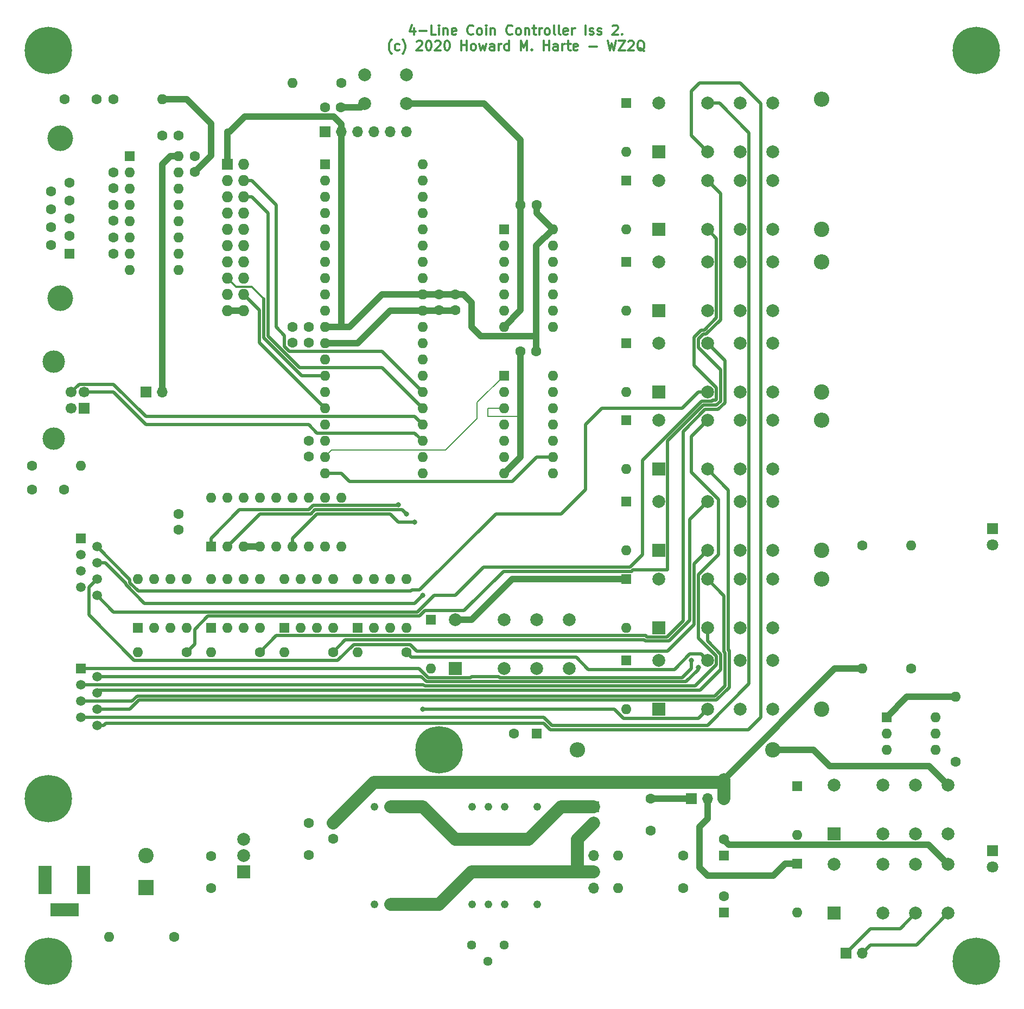
<source format=gbr>
G04 #@! TF.GenerationSoftware,KiCad,Pcbnew,(6.0.5-0)*
G04 #@! TF.CreationDate,2022-08-06T12:04:30-07:00*
G04 #@! TF.ProjectId,1d_coinctrl_r2,31645f63-6f69-46e6-9374-726c5f72322e,rev?*
G04 #@! TF.SameCoordinates,Original*
G04 #@! TF.FileFunction,Copper,L1,Top*
G04 #@! TF.FilePolarity,Positive*
%FSLAX46Y46*%
G04 Gerber Fmt 4.6, Leading zero omitted, Abs format (unit mm)*
G04 Created by KiCad (PCBNEW (6.0.5-0)) date 2022-08-06 12:04:30*
%MOMM*%
%LPD*%
G01*
G04 APERTURE LIST*
%ADD10C,0.300000*%
G04 #@! TA.AperFunction,NonConductor*
%ADD11C,0.300000*%
G04 #@! TD*
G04 #@! TA.AperFunction,ComponentPad*
%ADD12C,1.600000*%
G04 #@! TD*
G04 #@! TA.AperFunction,ComponentPad*
%ADD13R,1.600000X1.600000*%
G04 #@! TD*
G04 #@! TA.AperFunction,ComponentPad*
%ADD14O,1.600000X1.600000*%
G04 #@! TD*
G04 #@! TA.AperFunction,ComponentPad*
%ADD15R,1.800000X1.800000*%
G04 #@! TD*
G04 #@! TA.AperFunction,ComponentPad*
%ADD16C,1.800000*%
G04 #@! TD*
G04 #@! TA.AperFunction,ComponentPad*
%ADD17R,2.000000X4.500000*%
G04 #@! TD*
G04 #@! TA.AperFunction,ComponentPad*
%ADD18R,4.500000X2.000000*%
G04 #@! TD*
G04 #@! TA.AperFunction,ComponentPad*
%ADD19R,1.500000X1.500000*%
G04 #@! TD*
G04 #@! TA.AperFunction,ComponentPad*
%ADD20C,1.500000*%
G04 #@! TD*
G04 #@! TA.AperFunction,ComponentPad*
%ADD21R,1.700000X1.700000*%
G04 #@! TD*
G04 #@! TA.AperFunction,ComponentPad*
%ADD22O,1.700000X1.700000*%
G04 #@! TD*
G04 #@! TA.AperFunction,ComponentPad*
%ADD23R,1.727200X1.727200*%
G04 #@! TD*
G04 #@! TA.AperFunction,ComponentPad*
%ADD24O,1.727200X1.727200*%
G04 #@! TD*
G04 #@! TA.AperFunction,ComponentPad*
%ADD25C,1.700000*%
G04 #@! TD*
G04 #@! TA.AperFunction,ComponentPad*
%ADD26C,3.500000*%
G04 #@! TD*
G04 #@! TA.AperFunction,ComponentPad*
%ADD27R,2.000000X2.000000*%
G04 #@! TD*
G04 #@! TA.AperFunction,ComponentPad*
%ADD28C,2.000000*%
G04 #@! TD*
G04 #@! TA.AperFunction,ComponentPad*
%ADD29C,1.220000*%
G04 #@! TD*
G04 #@! TA.AperFunction,ComponentPad*
%ADD30C,2.400000*%
G04 #@! TD*
G04 #@! TA.AperFunction,ComponentPad*
%ADD31O,2.400000X2.400000*%
G04 #@! TD*
G04 #@! TA.AperFunction,ComponentPad*
%ADD32C,1.440000*%
G04 #@! TD*
G04 #@! TA.AperFunction,ComponentPad*
%ADD33R,2.400000X2.400000*%
G04 #@! TD*
G04 #@! TA.AperFunction,ComponentPad*
%ADD34C,4.000000*%
G04 #@! TD*
G04 #@! TA.AperFunction,ComponentPad*
%ADD35C,7.400000*%
G04 #@! TD*
G04 #@! TA.AperFunction,ViaPad*
%ADD36C,0.800000*%
G04 #@! TD*
G04 #@! TA.AperFunction,Conductor*
%ADD37C,2.000000*%
G04 #@! TD*
G04 #@! TA.AperFunction,Conductor*
%ADD38C,1.000000*%
G04 #@! TD*
G04 #@! TA.AperFunction,Conductor*
%ADD39C,0.200000*%
G04 #@! TD*
G04 #@! TA.AperFunction,Conductor*
%ADD40C,0.500000*%
G04 #@! TD*
G04 #@! TA.AperFunction,Conductor*
%ADD41C,0.300000*%
G04 #@! TD*
G04 APERTURE END LIST*
D10*
D11*
X148572142Y-24506071D02*
X148572142Y-25506071D01*
X148215000Y-23934642D02*
X147857857Y-25006071D01*
X148786428Y-25006071D01*
X149357857Y-24934642D02*
X150500714Y-24934642D01*
X151929285Y-25506071D02*
X151215000Y-25506071D01*
X151215000Y-24006071D01*
X152429285Y-25506071D02*
X152429285Y-24506071D01*
X152429285Y-24006071D02*
X152357857Y-24077500D01*
X152429285Y-24148928D01*
X152500714Y-24077500D01*
X152429285Y-24006071D01*
X152429285Y-24148928D01*
X153143571Y-24506071D02*
X153143571Y-25506071D01*
X153143571Y-24648928D02*
X153215000Y-24577500D01*
X153357857Y-24506071D01*
X153572142Y-24506071D01*
X153715000Y-24577500D01*
X153786428Y-24720357D01*
X153786428Y-25506071D01*
X155072142Y-25434642D02*
X154929285Y-25506071D01*
X154643571Y-25506071D01*
X154500714Y-25434642D01*
X154429285Y-25291785D01*
X154429285Y-24720357D01*
X154500714Y-24577500D01*
X154643571Y-24506071D01*
X154929285Y-24506071D01*
X155072142Y-24577500D01*
X155143571Y-24720357D01*
X155143571Y-24863214D01*
X154429285Y-25006071D01*
X157786428Y-25363214D02*
X157715000Y-25434642D01*
X157500714Y-25506071D01*
X157357857Y-25506071D01*
X157143571Y-25434642D01*
X157000714Y-25291785D01*
X156929285Y-25148928D01*
X156857857Y-24863214D01*
X156857857Y-24648928D01*
X156929285Y-24363214D01*
X157000714Y-24220357D01*
X157143571Y-24077500D01*
X157357857Y-24006071D01*
X157500714Y-24006071D01*
X157715000Y-24077500D01*
X157786428Y-24148928D01*
X158643571Y-25506071D02*
X158500714Y-25434642D01*
X158429285Y-25363214D01*
X158357857Y-25220357D01*
X158357857Y-24791785D01*
X158429285Y-24648928D01*
X158500714Y-24577500D01*
X158643571Y-24506071D01*
X158857857Y-24506071D01*
X159000714Y-24577500D01*
X159072142Y-24648928D01*
X159143571Y-24791785D01*
X159143571Y-25220357D01*
X159072142Y-25363214D01*
X159000714Y-25434642D01*
X158857857Y-25506071D01*
X158643571Y-25506071D01*
X159786428Y-25506071D02*
X159786428Y-24506071D01*
X159786428Y-24006071D02*
X159715000Y-24077500D01*
X159786428Y-24148928D01*
X159857857Y-24077500D01*
X159786428Y-24006071D01*
X159786428Y-24148928D01*
X160500714Y-24506071D02*
X160500714Y-25506071D01*
X160500714Y-24648928D02*
X160572142Y-24577500D01*
X160715000Y-24506071D01*
X160929285Y-24506071D01*
X161072142Y-24577500D01*
X161143571Y-24720357D01*
X161143571Y-25506071D01*
X163857857Y-25363214D02*
X163786428Y-25434642D01*
X163572142Y-25506071D01*
X163429285Y-25506071D01*
X163215000Y-25434642D01*
X163072142Y-25291785D01*
X163000714Y-25148928D01*
X162929285Y-24863214D01*
X162929285Y-24648928D01*
X163000714Y-24363214D01*
X163072142Y-24220357D01*
X163215000Y-24077500D01*
X163429285Y-24006071D01*
X163572142Y-24006071D01*
X163786428Y-24077500D01*
X163857857Y-24148928D01*
X164715000Y-25506071D02*
X164572142Y-25434642D01*
X164500714Y-25363214D01*
X164429285Y-25220357D01*
X164429285Y-24791785D01*
X164500714Y-24648928D01*
X164572142Y-24577500D01*
X164715000Y-24506071D01*
X164929285Y-24506071D01*
X165072142Y-24577500D01*
X165143571Y-24648928D01*
X165215000Y-24791785D01*
X165215000Y-25220357D01*
X165143571Y-25363214D01*
X165072142Y-25434642D01*
X164929285Y-25506071D01*
X164715000Y-25506071D01*
X165857857Y-24506071D02*
X165857857Y-25506071D01*
X165857857Y-24648928D02*
X165929285Y-24577500D01*
X166072142Y-24506071D01*
X166286428Y-24506071D01*
X166429285Y-24577500D01*
X166500714Y-24720357D01*
X166500714Y-25506071D01*
X167000714Y-24506071D02*
X167572142Y-24506071D01*
X167215000Y-24006071D02*
X167215000Y-25291785D01*
X167286428Y-25434642D01*
X167429285Y-25506071D01*
X167572142Y-25506071D01*
X168072142Y-25506071D02*
X168072142Y-24506071D01*
X168072142Y-24791785D02*
X168143571Y-24648928D01*
X168215000Y-24577500D01*
X168357857Y-24506071D01*
X168500714Y-24506071D01*
X169215000Y-25506071D02*
X169072142Y-25434642D01*
X169000714Y-25363214D01*
X168929285Y-25220357D01*
X168929285Y-24791785D01*
X169000714Y-24648928D01*
X169072142Y-24577500D01*
X169215000Y-24506071D01*
X169429285Y-24506071D01*
X169572142Y-24577500D01*
X169643571Y-24648928D01*
X169715000Y-24791785D01*
X169715000Y-25220357D01*
X169643571Y-25363214D01*
X169572142Y-25434642D01*
X169429285Y-25506071D01*
X169215000Y-25506071D01*
X170572142Y-25506071D02*
X170429285Y-25434642D01*
X170357857Y-25291785D01*
X170357857Y-24006071D01*
X171357857Y-25506071D02*
X171215000Y-25434642D01*
X171143571Y-25291785D01*
X171143571Y-24006071D01*
X172500714Y-25434642D02*
X172357857Y-25506071D01*
X172072142Y-25506071D01*
X171929285Y-25434642D01*
X171857857Y-25291785D01*
X171857857Y-24720357D01*
X171929285Y-24577500D01*
X172072142Y-24506071D01*
X172357857Y-24506071D01*
X172500714Y-24577500D01*
X172572142Y-24720357D01*
X172572142Y-24863214D01*
X171857857Y-25006071D01*
X173215000Y-25506071D02*
X173215000Y-24506071D01*
X173215000Y-24791785D02*
X173286428Y-24648928D01*
X173357857Y-24577500D01*
X173500714Y-24506071D01*
X173643571Y-24506071D01*
X175286428Y-25506071D02*
X175286428Y-24006071D01*
X175929285Y-25434642D02*
X176072142Y-25506071D01*
X176357857Y-25506071D01*
X176500714Y-25434642D01*
X176572142Y-25291785D01*
X176572142Y-25220357D01*
X176500714Y-25077500D01*
X176357857Y-25006071D01*
X176143571Y-25006071D01*
X176000714Y-24934642D01*
X175929285Y-24791785D01*
X175929285Y-24720357D01*
X176000714Y-24577500D01*
X176143571Y-24506071D01*
X176357857Y-24506071D01*
X176500714Y-24577500D01*
X177143571Y-25434642D02*
X177286428Y-25506071D01*
X177572142Y-25506071D01*
X177715000Y-25434642D01*
X177786428Y-25291785D01*
X177786428Y-25220357D01*
X177715000Y-25077500D01*
X177572142Y-25006071D01*
X177357857Y-25006071D01*
X177215000Y-24934642D01*
X177143571Y-24791785D01*
X177143571Y-24720357D01*
X177215000Y-24577500D01*
X177357857Y-24506071D01*
X177572142Y-24506071D01*
X177715000Y-24577500D01*
X179500714Y-24148928D02*
X179572142Y-24077500D01*
X179715000Y-24006071D01*
X180072142Y-24006071D01*
X180215000Y-24077500D01*
X180286428Y-24148928D01*
X180357857Y-24291785D01*
X180357857Y-24434642D01*
X180286428Y-24648928D01*
X179429285Y-25506071D01*
X180357857Y-25506071D01*
X181000714Y-25363214D02*
X181072142Y-25434642D01*
X181000714Y-25506071D01*
X180929285Y-25434642D01*
X181000714Y-25363214D01*
X181000714Y-25506071D01*
X145036428Y-28492500D02*
X144964999Y-28421071D01*
X144822142Y-28206785D01*
X144750714Y-28063928D01*
X144679285Y-27849642D01*
X144607857Y-27492500D01*
X144607857Y-27206785D01*
X144679285Y-26849642D01*
X144750714Y-26635357D01*
X144822142Y-26492500D01*
X144964999Y-26278214D01*
X145036428Y-26206785D01*
X146250714Y-27849642D02*
X146107857Y-27921071D01*
X145822142Y-27921071D01*
X145679285Y-27849642D01*
X145607857Y-27778214D01*
X145536428Y-27635357D01*
X145536428Y-27206785D01*
X145607857Y-27063928D01*
X145679285Y-26992500D01*
X145822142Y-26921071D01*
X146107857Y-26921071D01*
X146250714Y-26992500D01*
X146750714Y-28492500D02*
X146822142Y-28421071D01*
X146964999Y-28206785D01*
X147036428Y-28063928D01*
X147107857Y-27849642D01*
X147179285Y-27492500D01*
X147179285Y-27206785D01*
X147107857Y-26849642D01*
X147036428Y-26635357D01*
X146964999Y-26492500D01*
X146822142Y-26278214D01*
X146750714Y-26206785D01*
X148964999Y-26563928D02*
X149036428Y-26492500D01*
X149179285Y-26421071D01*
X149536428Y-26421071D01*
X149679285Y-26492500D01*
X149750714Y-26563928D01*
X149822142Y-26706785D01*
X149822142Y-26849642D01*
X149750714Y-27063928D01*
X148893571Y-27921071D01*
X149822142Y-27921071D01*
X150750714Y-26421071D02*
X150893571Y-26421071D01*
X151036428Y-26492500D01*
X151107857Y-26563928D01*
X151179285Y-26706785D01*
X151250714Y-26992500D01*
X151250714Y-27349642D01*
X151179285Y-27635357D01*
X151107857Y-27778214D01*
X151036428Y-27849642D01*
X150893571Y-27921071D01*
X150750714Y-27921071D01*
X150607857Y-27849642D01*
X150536428Y-27778214D01*
X150464999Y-27635357D01*
X150393571Y-27349642D01*
X150393571Y-26992500D01*
X150464999Y-26706785D01*
X150536428Y-26563928D01*
X150607857Y-26492500D01*
X150750714Y-26421071D01*
X151822142Y-26563928D02*
X151893571Y-26492500D01*
X152036428Y-26421071D01*
X152393571Y-26421071D01*
X152536428Y-26492500D01*
X152607857Y-26563928D01*
X152679285Y-26706785D01*
X152679285Y-26849642D01*
X152607857Y-27063928D01*
X151750714Y-27921071D01*
X152679285Y-27921071D01*
X153607857Y-26421071D02*
X153750714Y-26421071D01*
X153893571Y-26492500D01*
X153964999Y-26563928D01*
X154036428Y-26706785D01*
X154107857Y-26992500D01*
X154107857Y-27349642D01*
X154036428Y-27635357D01*
X153964999Y-27778214D01*
X153893571Y-27849642D01*
X153750714Y-27921071D01*
X153607857Y-27921071D01*
X153464999Y-27849642D01*
X153393571Y-27778214D01*
X153322142Y-27635357D01*
X153250714Y-27349642D01*
X153250714Y-26992500D01*
X153322142Y-26706785D01*
X153393571Y-26563928D01*
X153464999Y-26492500D01*
X153607857Y-26421071D01*
X155893571Y-27921071D02*
X155893571Y-26421071D01*
X155893571Y-27135357D02*
X156750714Y-27135357D01*
X156750714Y-27921071D02*
X156750714Y-26421071D01*
X157679285Y-27921071D02*
X157536428Y-27849642D01*
X157464999Y-27778214D01*
X157393571Y-27635357D01*
X157393571Y-27206785D01*
X157464999Y-27063928D01*
X157536428Y-26992500D01*
X157679285Y-26921071D01*
X157893571Y-26921071D01*
X158036428Y-26992500D01*
X158107857Y-27063928D01*
X158179285Y-27206785D01*
X158179285Y-27635357D01*
X158107857Y-27778214D01*
X158036428Y-27849642D01*
X157893571Y-27921071D01*
X157679285Y-27921071D01*
X158679285Y-26921071D02*
X158964999Y-27921071D01*
X159250714Y-27206785D01*
X159536428Y-27921071D01*
X159822142Y-26921071D01*
X161036428Y-27921071D02*
X161036428Y-27135357D01*
X160964999Y-26992500D01*
X160822142Y-26921071D01*
X160536428Y-26921071D01*
X160393571Y-26992500D01*
X161036428Y-27849642D02*
X160893571Y-27921071D01*
X160536428Y-27921071D01*
X160393571Y-27849642D01*
X160322142Y-27706785D01*
X160322142Y-27563928D01*
X160393571Y-27421071D01*
X160536428Y-27349642D01*
X160893571Y-27349642D01*
X161036428Y-27278214D01*
X161750714Y-27921071D02*
X161750714Y-26921071D01*
X161750714Y-27206785D02*
X161822142Y-27063928D01*
X161893571Y-26992500D01*
X162036428Y-26921071D01*
X162179285Y-26921071D01*
X163322142Y-27921071D02*
X163322142Y-26421071D01*
X163322142Y-27849642D02*
X163179285Y-27921071D01*
X162893571Y-27921071D01*
X162750714Y-27849642D01*
X162679285Y-27778214D01*
X162607857Y-27635357D01*
X162607857Y-27206785D01*
X162679285Y-27063928D01*
X162750714Y-26992500D01*
X162893571Y-26921071D01*
X163179285Y-26921071D01*
X163322142Y-26992500D01*
X165179285Y-27921071D02*
X165179285Y-26421071D01*
X165679285Y-27492500D01*
X166179285Y-26421071D01*
X166179285Y-27921071D01*
X166893571Y-27778214D02*
X166964999Y-27849642D01*
X166893571Y-27921071D01*
X166822142Y-27849642D01*
X166893571Y-27778214D01*
X166893571Y-27921071D01*
X168750714Y-27921071D02*
X168750714Y-26421071D01*
X168750714Y-27135357D02*
X169607857Y-27135357D01*
X169607857Y-27921071D02*
X169607857Y-26421071D01*
X170964999Y-27921071D02*
X170964999Y-27135357D01*
X170893571Y-26992500D01*
X170750714Y-26921071D01*
X170464999Y-26921071D01*
X170322142Y-26992500D01*
X170964999Y-27849642D02*
X170822142Y-27921071D01*
X170464999Y-27921071D01*
X170322142Y-27849642D01*
X170250714Y-27706785D01*
X170250714Y-27563928D01*
X170322142Y-27421071D01*
X170464999Y-27349642D01*
X170822142Y-27349642D01*
X170964999Y-27278214D01*
X171679285Y-27921071D02*
X171679285Y-26921071D01*
X171679285Y-27206785D02*
X171750714Y-27063928D01*
X171822142Y-26992500D01*
X171964999Y-26921071D01*
X172107857Y-26921071D01*
X172393571Y-26921071D02*
X172964999Y-26921071D01*
X172607857Y-26421071D02*
X172607857Y-27706785D01*
X172679285Y-27849642D01*
X172822142Y-27921071D01*
X172964999Y-27921071D01*
X174036428Y-27849642D02*
X173893571Y-27921071D01*
X173607857Y-27921071D01*
X173464999Y-27849642D01*
X173393571Y-27706785D01*
X173393571Y-27135357D01*
X173464999Y-26992500D01*
X173607857Y-26921071D01*
X173893571Y-26921071D01*
X174036428Y-26992500D01*
X174107857Y-27135357D01*
X174107857Y-27278214D01*
X173393571Y-27421071D01*
X175893571Y-27349642D02*
X177036428Y-27349642D01*
X178750714Y-26421071D02*
X179107857Y-27921071D01*
X179393571Y-26849642D01*
X179679285Y-27921071D01*
X180036428Y-26421071D01*
X180465000Y-26421071D02*
X181465000Y-26421071D01*
X180465000Y-27921071D01*
X181465000Y-27921071D01*
X181964999Y-26563928D02*
X182036428Y-26492500D01*
X182179285Y-26421071D01*
X182536428Y-26421071D01*
X182679285Y-26492500D01*
X182750714Y-26563928D01*
X182822142Y-26706785D01*
X182822142Y-26849642D01*
X182750714Y-27063928D01*
X181893571Y-27921071D01*
X182822142Y-27921071D01*
X184464999Y-28063928D02*
X184322142Y-27992500D01*
X184179285Y-27849642D01*
X183964999Y-27635357D01*
X183822142Y-27563928D01*
X183679285Y-27563928D01*
X183750714Y-27921071D02*
X183607857Y-27849642D01*
X183464999Y-27706785D01*
X183393571Y-27421071D01*
X183393571Y-26921071D01*
X183464999Y-26635357D01*
X183607857Y-26492500D01*
X183750714Y-26421071D01*
X184036428Y-26421071D01*
X184179285Y-26492500D01*
X184322142Y-26635357D01*
X184393571Y-26921071D01*
X184393571Y-27421071D01*
X184322142Y-27706785D01*
X184179285Y-27849642D01*
X184036428Y-27921071D01*
X183750714Y-27921071D01*
D12*
X185420000Y-144780000D03*
X185420000Y-149780000D03*
D13*
X167640000Y-134620000D03*
D12*
X164140000Y-134620000D03*
X116840000Y-158750000D03*
X116840000Y-153750000D03*
X132080000Y-148590000D03*
X132080000Y-153590000D03*
X152400000Y-66040000D03*
X152400000Y-68540000D03*
X132080000Y-71120000D03*
X132080000Y-73620000D03*
X134620000Y-36830000D03*
X137120000Y-36830000D03*
X132080000Y-91400000D03*
X132080000Y-88900000D03*
X135890000Y-148590000D03*
X135890000Y-151090000D03*
X167640000Y-52070000D03*
X165140000Y-52070000D03*
D13*
X151130000Y-116840000D03*
D14*
X151130000Y-124460000D03*
D13*
X208280000Y-154940000D03*
D14*
X208280000Y-162560000D03*
D13*
X181610000Y-123190000D03*
D14*
X181610000Y-130810000D03*
D13*
X181610000Y-73660000D03*
D14*
X181610000Y-81280000D03*
D13*
X181610000Y-110490000D03*
D14*
X181610000Y-118110000D03*
D13*
X181610000Y-60960000D03*
D14*
X181610000Y-68580000D03*
D13*
X181610000Y-98425000D03*
D14*
X181610000Y-106045000D03*
D13*
X181610000Y-48260000D03*
D14*
X181610000Y-55880000D03*
D13*
X181610000Y-85725000D03*
D14*
X181610000Y-93345000D03*
D13*
X181610000Y-36195000D03*
D14*
X181610000Y-43815000D03*
D15*
X238760000Y-152908000D03*
D16*
X238760000Y-155448000D03*
D17*
X96980000Y-157480000D03*
X90980000Y-157480000D03*
D18*
X93980000Y-162180000D03*
D19*
X96520000Y-104140000D03*
D20*
X99060000Y-105410000D03*
X96520000Y-106680000D03*
X99060000Y-107950000D03*
X96520000Y-109220000D03*
X99060000Y-110490000D03*
X96520000Y-111760000D03*
X99060000Y-113030000D03*
D21*
X191770000Y-144780000D03*
D22*
X194310000Y-144780000D03*
X196850000Y-144780000D03*
D19*
X96520000Y-124460000D03*
D20*
X99060000Y-125730000D03*
X96520000Y-127000000D03*
X99060000Y-128270000D03*
X96520000Y-129540000D03*
X99060000Y-130810000D03*
X96520000Y-132080000D03*
X99060000Y-133350000D03*
D23*
X119380000Y-45720000D03*
D24*
X121920000Y-45720000D03*
X119380000Y-48260000D03*
X121920000Y-48260000D03*
X119380000Y-50800000D03*
X121920000Y-50800000D03*
X119380000Y-53340000D03*
X121920000Y-53340000D03*
X119380000Y-55880000D03*
X121920000Y-55880000D03*
X119380000Y-58420000D03*
X121920000Y-58420000D03*
X119380000Y-60960000D03*
X121920000Y-60960000D03*
X119380000Y-63500000D03*
X121920000Y-63500000D03*
X119380000Y-66040000D03*
X121920000Y-66040000D03*
X119380000Y-68580000D03*
X121920000Y-68580000D03*
D21*
X97028000Y-83820000D03*
D25*
X97028000Y-81320000D03*
X95028000Y-81320000D03*
X95028000Y-83820000D03*
D26*
X92318000Y-76550000D03*
X92318000Y-88590000D03*
D27*
X214095001Y-162675001D03*
D28*
X221715001Y-162675001D03*
X226795001Y-162675001D03*
X231875001Y-162675001D03*
X231875001Y-155055001D03*
X226795001Y-155055001D03*
X221715001Y-155055001D03*
X214095001Y-155055001D03*
D27*
X214095001Y-150295001D03*
D28*
X221715001Y-150295001D03*
X226795001Y-150295001D03*
X231875001Y-150295001D03*
X231875001Y-142675001D03*
X226795001Y-142675001D03*
X221715001Y-142675001D03*
X214095001Y-142675001D03*
D27*
X186690000Y-118110000D03*
D28*
X194310000Y-118110000D03*
X199390000Y-118110000D03*
X204470000Y-118110000D03*
X204470000Y-110490000D03*
X199390000Y-110490000D03*
X194310000Y-110490000D03*
X186690000Y-110490000D03*
D27*
X186690000Y-106045000D03*
D28*
X194310000Y-106045000D03*
X199390000Y-106045000D03*
X204470000Y-106045000D03*
X204470000Y-98425000D03*
X199390000Y-98425000D03*
X194310000Y-98425000D03*
X186690000Y-98425000D03*
D27*
X186690000Y-93345000D03*
D28*
X194310000Y-93345000D03*
X199390000Y-93345000D03*
X204470000Y-93345000D03*
X204470000Y-85725000D03*
X199390000Y-85725000D03*
X194310000Y-85725000D03*
X186690000Y-85725000D03*
D27*
X186690000Y-81280000D03*
D28*
X194310000Y-81280000D03*
X199390000Y-81280000D03*
X204470000Y-81280000D03*
X204470000Y-73660000D03*
X199390000Y-73660000D03*
X194310000Y-73660000D03*
X186690000Y-73660000D03*
D27*
X186690000Y-55880000D03*
D28*
X194310000Y-55880000D03*
X199390000Y-55880000D03*
X204470000Y-55880000D03*
X204470000Y-48260000D03*
X199390000Y-48260000D03*
X194310000Y-48260000D03*
X186690000Y-48260000D03*
D27*
X186690000Y-43815000D03*
D28*
X194310000Y-43815000D03*
X199390000Y-43815000D03*
X204470000Y-43815000D03*
X204470000Y-36195000D03*
X199390000Y-36195000D03*
X194310000Y-36195000D03*
X186690000Y-36195000D03*
D27*
X154940000Y-124460000D03*
D28*
X162560000Y-124460000D03*
X167640000Y-124460000D03*
X172720000Y-124460000D03*
X172720000Y-116840000D03*
X167640000Y-116840000D03*
X162560000Y-116840000D03*
X154940000Y-116840000D03*
D29*
X142370000Y-161290000D03*
X144910000Y-161290000D03*
X157610000Y-161290000D03*
X160150000Y-161290000D03*
X162690000Y-161290000D03*
X167770000Y-161290000D03*
X167770000Y-146050000D03*
X162690000Y-146050000D03*
X160150000Y-146050000D03*
X157610000Y-146050000D03*
X144910000Y-146050000D03*
X142370000Y-146050000D03*
D30*
X204470000Y-137160000D03*
D31*
X173990000Y-137160000D03*
D12*
X137160000Y-33020000D03*
D14*
X129540000Y-33020000D03*
D30*
X212090000Y-130810000D03*
D31*
X212090000Y-110490000D03*
D30*
X212090000Y-81280000D03*
D31*
X212090000Y-60960000D03*
D30*
X212090000Y-106045000D03*
D31*
X212090000Y-85725000D03*
D30*
X212090000Y-55880000D03*
D31*
X212090000Y-35560000D03*
D32*
X162560000Y-167640000D03*
X160020000Y-170180000D03*
X157480000Y-167640000D03*
D12*
X226060000Y-124460000D03*
D14*
X218440000Y-124460000D03*
D28*
X147320000Y-31750000D03*
X140820000Y-31750000D03*
X140820000Y-36250000D03*
X147320000Y-36250000D03*
D21*
X176530000Y-146050000D03*
D22*
X176530000Y-148590000D03*
X176530000Y-153670000D03*
X176530000Y-156210000D03*
X176530000Y-158750000D03*
D27*
X121920000Y-156210000D03*
D28*
X121920000Y-153670000D03*
X121920000Y-151130000D03*
D13*
X134620000Y-45720000D03*
D14*
X134620000Y-48260000D03*
X134620000Y-50800000D03*
X134620000Y-53340000D03*
X134620000Y-55880000D03*
X134620000Y-58420000D03*
X134620000Y-60960000D03*
X134620000Y-63500000D03*
X134620000Y-66040000D03*
X134620000Y-68580000D03*
X134620000Y-71120000D03*
X134620000Y-73660000D03*
X134620000Y-76200000D03*
X134620000Y-78740000D03*
X134620000Y-81280000D03*
X134620000Y-83820000D03*
X134620000Y-86360000D03*
X134620000Y-88900000D03*
X134620000Y-91440000D03*
X134620000Y-93980000D03*
X149860000Y-93980000D03*
X149860000Y-91440000D03*
X149860000Y-88900000D03*
X149860000Y-86360000D03*
X149860000Y-83820000D03*
X149860000Y-81280000D03*
X149860000Y-78740000D03*
X149860000Y-76200000D03*
X149860000Y-73660000D03*
X149860000Y-71120000D03*
X149860000Y-68580000D03*
X149860000Y-66040000D03*
X149860000Y-63500000D03*
X149860000Y-60960000D03*
X149860000Y-58420000D03*
X149860000Y-55880000D03*
X149860000Y-53340000D03*
X149860000Y-50800000D03*
X149860000Y-48260000D03*
X149860000Y-45720000D03*
D13*
X162560000Y-78740000D03*
D14*
X162560000Y-81280000D03*
X162560000Y-83820000D03*
X162560000Y-86360000D03*
X162560000Y-88900000D03*
X162560000Y-91440000D03*
X162560000Y-93980000D03*
X170180000Y-93980000D03*
X170180000Y-91440000D03*
X170180000Y-88900000D03*
X170180000Y-86360000D03*
X170180000Y-83820000D03*
X170180000Y-81280000D03*
X170180000Y-78740000D03*
D13*
X162560000Y-55880000D03*
D14*
X162560000Y-58420000D03*
X162560000Y-60960000D03*
X162560000Y-63500000D03*
X162560000Y-66040000D03*
X162560000Y-68580000D03*
X162560000Y-71120000D03*
X170180000Y-71120000D03*
X170180000Y-68580000D03*
X170180000Y-66040000D03*
X170180000Y-63500000D03*
X170180000Y-60960000D03*
X170180000Y-58420000D03*
X170180000Y-55880000D03*
D13*
X222250000Y-132080000D03*
D14*
X222250000Y-134620000D03*
X222250000Y-137160000D03*
X229870000Y-137160000D03*
X229870000Y-134620000D03*
X229870000Y-132080000D03*
D12*
X167600000Y-74930000D03*
X165100000Y-74930000D03*
D27*
X186690000Y-130810000D03*
D28*
X194310000Y-130810000D03*
X199390000Y-130810000D03*
X204470000Y-130810000D03*
X204470000Y-123190000D03*
X199390000Y-123190000D03*
X194310000Y-123190000D03*
X186690000Y-123190000D03*
D13*
X196850000Y-162560000D03*
D12*
X196850000Y-160060000D03*
D13*
X196850000Y-153670000D03*
D12*
X196850000Y-151170000D03*
D33*
X106680000Y-158670000D03*
D30*
X106680000Y-153670000D03*
D12*
X190500000Y-153670000D03*
D14*
X180340000Y-153670000D03*
D12*
X190500000Y-158750000D03*
D14*
X180340000Y-158750000D03*
D15*
X238760000Y-102616000D03*
D16*
X238760000Y-105156000D03*
D27*
X186690000Y-68580000D03*
D28*
X194310000Y-68580000D03*
X199390000Y-68580000D03*
X204470000Y-68580000D03*
X204470000Y-60960000D03*
X199390000Y-60960000D03*
X194310000Y-60960000D03*
X186690000Y-60960000D03*
D13*
X208280000Y-142875000D03*
D14*
X208280000Y-150495000D03*
D12*
X218440000Y-105206800D03*
D14*
X226060000Y-105206800D03*
D12*
X101600000Y-46990000D03*
X101600000Y-49490000D03*
X101600000Y-52070000D03*
X101600000Y-54570000D03*
X111760000Y-41275000D03*
X109260000Y-41275000D03*
X101600000Y-57190000D03*
X101600000Y-59690000D03*
D34*
X93322000Y-66650000D03*
X93322000Y-41650000D03*
D13*
X94742000Y-59690000D03*
D12*
X94742000Y-56920000D03*
X94742000Y-54150000D03*
X94742000Y-51380000D03*
X94742000Y-48610000D03*
X91902000Y-58305000D03*
X91902000Y-55535000D03*
X91902000Y-52765000D03*
X91902000Y-49995000D03*
X101600000Y-35560000D03*
D14*
X109220000Y-35560000D03*
D13*
X104140000Y-44450000D03*
D14*
X104140000Y-46990000D03*
X104140000Y-49530000D03*
X104140000Y-52070000D03*
X104140000Y-54610000D03*
X104140000Y-57150000D03*
X104140000Y-59690000D03*
X104140000Y-62230000D03*
X111760000Y-62230000D03*
X111760000Y-59690000D03*
X111760000Y-57150000D03*
X111760000Y-54610000D03*
X111760000Y-52070000D03*
X111760000Y-49530000D03*
X111760000Y-46990000D03*
X111760000Y-44450000D03*
D21*
X134620000Y-40640000D03*
D22*
X137160000Y-40640000D03*
X139700000Y-40640000D03*
X142240000Y-40640000D03*
X144780000Y-40640000D03*
X147320000Y-40640000D03*
D12*
X93980000Y-35560000D03*
X98980000Y-35560000D03*
X233045000Y-139065000D03*
D14*
X233045000Y-128905000D03*
D12*
X88900000Y-96520000D03*
X93900000Y-96520000D03*
X88900000Y-92770000D03*
D14*
X96520000Y-92770000D03*
D12*
X114300000Y-44450000D03*
X114300000Y-46950000D03*
D21*
X215900000Y-168910000D03*
D22*
X218440000Y-168910000D03*
D21*
X106680000Y-81280000D03*
D22*
X109220000Y-81280000D03*
D35*
X91440000Y-170180000D03*
X236220000Y-170180000D03*
X91440000Y-27940000D03*
X236220000Y-27940000D03*
X91440000Y-144780000D03*
D12*
X129540000Y-71120000D03*
X129540000Y-73620000D03*
X154940000Y-66040000D03*
X154940000Y-68540000D03*
D35*
X152400000Y-137160000D03*
D12*
X147320000Y-121920000D03*
D14*
X139700000Y-121920000D03*
D12*
X135890000Y-121920000D03*
D14*
X128270000Y-121920000D03*
D13*
X116840000Y-105410000D03*
D14*
X119380000Y-105410000D03*
X121920000Y-105410000D03*
X124460000Y-105410000D03*
X127000000Y-105410000D03*
X129540000Y-105410000D03*
X132080000Y-105410000D03*
X134620000Y-105410000D03*
X137160000Y-105410000D03*
X137160000Y-97790000D03*
X134620000Y-97790000D03*
X132080000Y-97790000D03*
X129540000Y-97790000D03*
X127000000Y-97790000D03*
X124460000Y-97790000D03*
X121920000Y-97790000D03*
X119380000Y-97790000D03*
X116840000Y-97790000D03*
D13*
X139700000Y-118110000D03*
D14*
X142240000Y-118110000D03*
X144780000Y-118110000D03*
X147320000Y-118110000D03*
X147320000Y-110490000D03*
X144780000Y-110490000D03*
X142240000Y-110490000D03*
X139700000Y-110490000D03*
D13*
X128270000Y-118110000D03*
D14*
X130810000Y-118110000D03*
X133350000Y-118110000D03*
X135890000Y-118110000D03*
X135890000Y-110490000D03*
X133350000Y-110490000D03*
X130810000Y-110490000D03*
X128270000Y-110490000D03*
D13*
X105410000Y-118110000D03*
D14*
X107950000Y-118110000D03*
X110490000Y-118110000D03*
X113030000Y-118110000D03*
X113030000Y-110490000D03*
X110490000Y-110490000D03*
X107950000Y-110490000D03*
X105410000Y-110490000D03*
D12*
X124460000Y-121920000D03*
D14*
X116840000Y-121920000D03*
D12*
X113030000Y-121920000D03*
D14*
X105410000Y-121920000D03*
D13*
X116840000Y-118110000D03*
D14*
X119380000Y-118110000D03*
X121920000Y-118110000D03*
X124460000Y-118110000D03*
X124460000Y-110490000D03*
X121920000Y-110490000D03*
X119380000Y-110490000D03*
X116840000Y-110490000D03*
D12*
X111125000Y-166370000D03*
D14*
X100965000Y-166370000D03*
D12*
X111760000Y-100330000D03*
X111760000Y-102830000D03*
D36*
X149860000Y-130810000D03*
X149860000Y-113030000D03*
X191770000Y-123190000D03*
X192899999Y-124319999D03*
X148590000Y-101600000D03*
X147320000Y-100330000D03*
X146050000Y-98859979D03*
D37*
X166370000Y-151130000D02*
X154940000Y-151130000D01*
X149860000Y-146050000D02*
X144910000Y-146050000D01*
X176530000Y-146050000D02*
X171450000Y-146050000D01*
D38*
X185420000Y-144780000D02*
X191770000Y-144780000D01*
D37*
X171450000Y-146050000D02*
X166370000Y-151130000D01*
X154940000Y-151130000D02*
X149860000Y-146050000D01*
X173990000Y-151130000D02*
X173990000Y-156210000D01*
D38*
X144780000Y-68580000D02*
X149860000Y-68580000D01*
X162560000Y-71120000D02*
X165140000Y-68540000D01*
X173990000Y-156210000D02*
X176530000Y-156210000D01*
X139700000Y-73660000D02*
X144780000Y-68580000D01*
X165100000Y-91440000D02*
X165100000Y-85090000D01*
D37*
X176530000Y-148590000D02*
X173990000Y-151130000D01*
D38*
X165140000Y-41950000D02*
X159440000Y-36250000D01*
X113030000Y-35560000D02*
X116840000Y-39370000D01*
X165140000Y-68540000D02*
X165140000Y-52070000D01*
X140240000Y-36830000D02*
X140820000Y-36250000D01*
X109220000Y-35560000D02*
X113030000Y-35560000D01*
X119380000Y-68580000D02*
X121920000Y-68580000D01*
X159440000Y-36250000D02*
X147320000Y-36250000D01*
X116840000Y-44410000D02*
X114300000Y-46950000D01*
X165100000Y-85090000D02*
X165100000Y-74930000D01*
X121920000Y-105410000D02*
X124460000Y-105410000D01*
X137120000Y-36830000D02*
X140240000Y-36830000D01*
D37*
X152400000Y-161290000D02*
X157480000Y-156210000D01*
D38*
X154900000Y-68580000D02*
X154940000Y-68540000D01*
D37*
X157480000Y-156210000D02*
X176530000Y-156210000D01*
X144910000Y-161290000D02*
X152400000Y-161290000D01*
D39*
X162560000Y-83820000D02*
X160020000Y-83820000D01*
D38*
X165140000Y-52070000D02*
X165140000Y-41950000D01*
D39*
X160020000Y-85090000D02*
X165100000Y-85090000D01*
D38*
X162560000Y-93980000D02*
X165100000Y-91440000D01*
X134620000Y-73660000D02*
X139700000Y-73660000D01*
X116840000Y-39370000D02*
X116840000Y-44410000D01*
D39*
X160020000Y-83820000D02*
X160020000Y-85090000D01*
D38*
X149860000Y-68580000D02*
X154900000Y-68580000D01*
X157480000Y-71120000D02*
X157480000Y-67310000D01*
X167600000Y-74930000D02*
X167600000Y-72430000D01*
X167600000Y-58460000D02*
X170180000Y-55880000D01*
X158940001Y-72580001D02*
X167449999Y-72580001D01*
X110490000Y-44450000D02*
X109220000Y-45720000D01*
X152400000Y-66040000D02*
X149860000Y-66040000D01*
X167640000Y-52070000D02*
X167640000Y-53340000D01*
X167640000Y-53340000D02*
X170180000Y-55880000D01*
X156210000Y-66040000D02*
X154940000Y-66040000D01*
D37*
X196850000Y-141803751D02*
X196850000Y-144780000D01*
X142240000Y-142240000D02*
X196850000Y-142240000D01*
D38*
X119380000Y-40640000D02*
X119760002Y-40640000D01*
X196850000Y-142240000D02*
X196850000Y-141803751D01*
X137160000Y-39437919D02*
X137160000Y-40640000D01*
X138430000Y-71120000D02*
X143510000Y-66040000D01*
X136012082Y-38290001D02*
X137160000Y-39437919D01*
X109220000Y-45720000D02*
X109220000Y-81280000D01*
X122110001Y-38290001D02*
X136012082Y-38290001D01*
X152400000Y-66040000D02*
X154940000Y-66040000D01*
X137160000Y-71120000D02*
X138430000Y-71120000D01*
X137160000Y-40640000D02*
X137160000Y-71120000D01*
X134620000Y-71120000D02*
X137160000Y-71120000D01*
X214193751Y-124460000D02*
X218440000Y-124460000D01*
X111760000Y-44450000D02*
X110490000Y-44450000D01*
X119380000Y-45720000D02*
X119380000Y-40640000D01*
X143510000Y-66040000D02*
X149860000Y-66040000D01*
X157480000Y-67310000D02*
X156210000Y-66040000D01*
X119760002Y-40640000D02*
X122110001Y-38290001D01*
X196850000Y-141803751D02*
X214193751Y-124460000D01*
D37*
X135890000Y-148590000D02*
X142240000Y-142240000D01*
D38*
X167600000Y-72430000D02*
X167600000Y-58460000D01*
X158940001Y-72580001D02*
X157480000Y-71120000D01*
X167449999Y-72580001D02*
X167600000Y-72430000D01*
D40*
X177800000Y-83820000D02*
X190355787Y-83820000D01*
X190355787Y-83820000D02*
X192895787Y-81280000D01*
X99060000Y-105410000D02*
X104199998Y-110549998D01*
X171450000Y-100330000D02*
X175260000Y-96520000D01*
X104199998Y-110549998D02*
X104199998Y-111070800D01*
X104199998Y-111070800D02*
X105499187Y-112369989D01*
X161290000Y-100330000D02*
X171450000Y-100330000D01*
X175260000Y-86360000D02*
X177800000Y-83820000D01*
X148201198Y-112219998D02*
X149400002Y-112219998D01*
X148051207Y-112369989D02*
X148201198Y-112219998D01*
X192895787Y-81280000D02*
X194310000Y-81280000D01*
X105499187Y-112369989D02*
X148051207Y-112369989D01*
X149400002Y-112219998D02*
X161290000Y-100330000D01*
X175260000Y-96520000D02*
X175260000Y-86360000D01*
X148590000Y-114300000D02*
X149860000Y-113030000D01*
X194310000Y-130810000D02*
X192899999Y-132220001D01*
X106495802Y-114300000D02*
X103539989Y-111344187D01*
X100330000Y-107950000D02*
X99060000Y-107950000D01*
X103539988Y-111159988D02*
X100330000Y-107950000D01*
X179819198Y-130810000D02*
X149860000Y-130810000D01*
X181229199Y-132220001D02*
X179819198Y-130810000D01*
X192899999Y-132220001D02*
X181229199Y-132220001D01*
X148590000Y-114300000D02*
X106495802Y-114300000D01*
X103539989Y-111344187D02*
X103539988Y-111159988D01*
X97790000Y-111760000D02*
X99060000Y-110490000D01*
X139119199Y-120709999D02*
X136639198Y-123190000D01*
X136639198Y-123190000D02*
X104889198Y-123190000D01*
X104889198Y-123190000D02*
X97790000Y-116090802D01*
X188100001Y-121779999D02*
X148970801Y-121779999D01*
X192239988Y-117640012D02*
X188100001Y-121779999D01*
X194310000Y-106045000D02*
X192239988Y-108115012D01*
X97790000Y-116090802D02*
X97790000Y-111760000D01*
X192239988Y-108115012D02*
X192239988Y-117640012D01*
X148970801Y-121779999D02*
X147900801Y-120709999D01*
X147900801Y-120709999D02*
X139119199Y-120709999D01*
X184150000Y-91931408D02*
X184150000Y-106680000D01*
X184150000Y-91931408D02*
X193391405Y-82690002D01*
X195720001Y-57290001D02*
X195720001Y-69709999D01*
X192239988Y-72709814D02*
X192239988Y-77123186D01*
X159350012Y-108619988D02*
X154940000Y-113030000D01*
X193840012Y-71589988D02*
X193359814Y-71589988D01*
X182210012Y-108619988D02*
X159350012Y-108619988D01*
X193359814Y-71589988D02*
X192239988Y-72709814D01*
X151668602Y-113030000D02*
X154940000Y-113030000D01*
X194310000Y-55880000D02*
X195720001Y-57290001D01*
X194986801Y-82690001D02*
X193391405Y-82690002D01*
X99060000Y-113030000D02*
X101650021Y-115620021D01*
X195720001Y-82409999D02*
X195580000Y-82550000D01*
X195580000Y-82550000D02*
X195126802Y-82550000D01*
X149078582Y-115620020D02*
X151668602Y-113030000D01*
X195126802Y-82550000D02*
X194986801Y-82690001D01*
X195720001Y-80603199D02*
X195720001Y-82409999D01*
X192239988Y-77123186D02*
X195720001Y-80603199D01*
X184150000Y-106680000D02*
X182210012Y-108619988D01*
X195720001Y-69709999D02*
X193840012Y-71589988D01*
X101650021Y-115620021D02*
X149078582Y-115620020D01*
X161743198Y-125730000D02*
X161883199Y-125870001D01*
X161883199Y-125870001D02*
X190359999Y-125870001D01*
X157339999Y-125870001D02*
X157480000Y-125730000D01*
X190359999Y-125870001D02*
X191770000Y-124460000D01*
X191770000Y-124460000D02*
X191770000Y-123190000D01*
X150749199Y-125870001D02*
X157339999Y-125870001D01*
X157480000Y-125730000D02*
X161743198Y-125730000D01*
X149339198Y-124460000D02*
X150749199Y-125870001D01*
X96520000Y-124460000D02*
X149339198Y-124460000D01*
X99060000Y-125730000D02*
X149675802Y-125730000D01*
X190969989Y-126530011D02*
X192899999Y-124600001D01*
X149675802Y-125730000D02*
X150475813Y-126530011D01*
X192899999Y-124600001D02*
X192899999Y-124319999D01*
X150475813Y-126530011D02*
X190969989Y-126530011D01*
X150202428Y-127190022D02*
X192396780Y-127190022D01*
X192396780Y-127190022D02*
X195720001Y-123866801D01*
X195720001Y-123866801D02*
X195720001Y-122513199D01*
X195720001Y-122513199D02*
X192899999Y-119693197D01*
X96520000Y-127000000D02*
X150012406Y-127000000D01*
X191770000Y-93798198D02*
X191770000Y-88265000D01*
X191770000Y-88265000D02*
X194310000Y-85725000D01*
X196033198Y-106680000D02*
X196033198Y-98061396D01*
X150012406Y-127000000D02*
X150202428Y-127190022D01*
X196033198Y-98061396D02*
X191770000Y-93798198D01*
X192899999Y-109813199D02*
X196033198Y-106680000D01*
X192899999Y-119693197D02*
X192899999Y-109813199D01*
X193123365Y-127850031D02*
X99479969Y-127850031D01*
X196380012Y-122239814D02*
X196380012Y-124593384D01*
X99479969Y-127850031D02*
X99060000Y-128270000D01*
X196380012Y-124593384D02*
X193123365Y-127850031D01*
X194310000Y-120169802D02*
X196380012Y-122239814D01*
X194310000Y-118110000D02*
X194310000Y-120169802D01*
X195446616Y-128739988D02*
X105347814Y-128739988D01*
X197040022Y-127146582D02*
X195446616Y-128739988D01*
X196900020Y-121826426D02*
X197040022Y-121966428D01*
X96520000Y-129540000D02*
X104547802Y-129540000D01*
X196900020Y-113080020D02*
X196900020Y-121826426D01*
X105347814Y-128739988D02*
X104547802Y-129540000D01*
X197040022Y-121966428D02*
X197040022Y-127146582D01*
X194310000Y-110490000D02*
X196900020Y-113080020D01*
X104211198Y-130810000D02*
X105621199Y-129399999D01*
X194310000Y-93345000D02*
X197560031Y-96595031D01*
X197700033Y-127419967D02*
X197700033Y-121693043D01*
X197700033Y-121693043D02*
X197560031Y-121553041D01*
X195720001Y-129399999D02*
X197700033Y-127419967D01*
X105621199Y-129399999D02*
X195720001Y-129399999D01*
X197560031Y-121553041D02*
X197560031Y-96595031D01*
X99060000Y-130810000D02*
X104211198Y-130810000D01*
X170041398Y-133350000D02*
X168771398Y-132080000D01*
X200800001Y-126859999D02*
X194310000Y-133350000D01*
X200800001Y-40780001D02*
X200800001Y-126859999D01*
X196215000Y-36195000D02*
X200800001Y-40780001D01*
X194310000Y-36195000D02*
X196215000Y-36195000D01*
X194310000Y-133350000D02*
X170041398Y-133350000D01*
X96520000Y-132080000D02*
X168771398Y-132080000D01*
X100420661Y-133049999D02*
X168808001Y-133049999D01*
X199390000Y-33020000D02*
X193040000Y-33020000D01*
X193040000Y-33020000D02*
X191770000Y-34290000D01*
X100120660Y-133350000D02*
X100420661Y-133049999D01*
X168808001Y-133049999D02*
X169768012Y-134010010D01*
X191770000Y-34290000D02*
X191770000Y-41275000D01*
X202599998Y-132080000D02*
X202599998Y-36229998D01*
X99060000Y-133350000D02*
X100120660Y-133350000D01*
X200669987Y-134010011D02*
X202599998Y-132080000D01*
X191770000Y-41275000D02*
X194310000Y-43815000D01*
X202599998Y-36229998D02*
X199390000Y-33020000D01*
X169768012Y-134010010D02*
X200669987Y-134010011D01*
X125730000Y-53340000D02*
X123190000Y-50800000D01*
X123141314Y-50800000D02*
X121920000Y-50800000D01*
X130665802Y-77470000D02*
X125730000Y-72534198D01*
X143510000Y-77470000D02*
X130665802Y-77470000D01*
X149860000Y-83820000D02*
X143510000Y-77470000D01*
X123190000Y-50800000D02*
X123141314Y-50800000D01*
X125730000Y-72534198D02*
X125730000Y-53340000D01*
X123193601Y-48263601D02*
X121923601Y-48263601D01*
X128329999Y-72449999D02*
X127000000Y-71120000D01*
X128329999Y-74200801D02*
X129059198Y-74930000D01*
X127000000Y-52070000D02*
X123193601Y-48263601D01*
X121923601Y-48263601D02*
X121920000Y-48260000D01*
X149860000Y-81280000D02*
X143510000Y-74930000D01*
X128329999Y-74200801D02*
X128329999Y-72449999D01*
X127000000Y-71120000D02*
X127000000Y-52070000D01*
X129059198Y-74930000D02*
X143510000Y-74930000D01*
X106680000Y-86360000D02*
X132080000Y-86360000D01*
X132080000Y-86360000D02*
X133409999Y-87689999D01*
X101640000Y-81320000D02*
X97028000Y-81320000D01*
X148649999Y-87689999D02*
X149860000Y-88900000D01*
X133409999Y-87689999D02*
X148649999Y-87689999D01*
X101640000Y-81320000D02*
X106680000Y-86360000D01*
X101649999Y-80059999D02*
X96288001Y-80059999D01*
X101649999Y-80059999D02*
X106680000Y-85090000D01*
X96288001Y-80059999D02*
X95028000Y-81320000D01*
X106680000Y-85090000D02*
X148590000Y-85090000D01*
X148590000Y-85090000D02*
X149860000Y-86360000D01*
X219710000Y-167640000D02*
X218440000Y-168910000D01*
X226910002Y-167640000D02*
X219710000Y-167640000D01*
X231875001Y-162675001D02*
X226910002Y-167640000D01*
X224370002Y-165100000D02*
X219710000Y-165100000D01*
X219710000Y-165100000D02*
X215900000Y-168910000D01*
X226795001Y-162675001D02*
X224370002Y-165100000D01*
X173856603Y-122719999D02*
X175736605Y-124600001D01*
X193310001Y-122190001D02*
X194310000Y-123190000D01*
X189140019Y-124600001D02*
X191550019Y-122190001D01*
X191550019Y-122190001D02*
X193310001Y-122190001D01*
X175736605Y-124600001D02*
X189140019Y-124600001D01*
X148119999Y-122719999D02*
X173856603Y-122719999D01*
X147320000Y-121920000D02*
X148119999Y-122719999D01*
X184423386Y-119989990D02*
X137820010Y-119989990D01*
X184613408Y-120180012D02*
X184423386Y-119989990D01*
X194310000Y-98425000D02*
X191579977Y-101155023D01*
X191579977Y-101155023D02*
X191579977Y-116891421D01*
X191579977Y-116891421D02*
X188291386Y-120180012D01*
X135890000Y-121920000D02*
X137820010Y-119989990D01*
X188291386Y-120180012D02*
X184613408Y-120180012D01*
X197040023Y-76390023D02*
X197040023Y-82956769D01*
X197040023Y-82956769D02*
X195986769Y-84010023D01*
X194310000Y-73660000D02*
X197040023Y-76390023D01*
X188018001Y-119520001D02*
X184886793Y-119520001D01*
X195986769Y-84010023D02*
X193938175Y-84010023D01*
X190500000Y-87448198D02*
X190500000Y-117038002D01*
X190500000Y-117038002D02*
X188018001Y-119520001D01*
X193938175Y-84010023D02*
X190500000Y-87448198D01*
X184886793Y-119520001D02*
X184696772Y-119329980D01*
X124460000Y-121920000D02*
X127050020Y-119329980D01*
X184696772Y-119329980D02*
X127050020Y-119329980D01*
X196380012Y-82683384D02*
X196380012Y-77816814D01*
X113030000Y-121920000D02*
X114300000Y-120650000D01*
X192899999Y-72983199D02*
X193633199Y-72249999D01*
X182483397Y-109279999D02*
X182683397Y-109079999D01*
X194113453Y-72249999D02*
X196380012Y-69983440D01*
X193633199Y-72249999D02*
X194113453Y-72249999D01*
X182683397Y-109079999D02*
X188100001Y-109079999D01*
X114300000Y-120650000D02*
X114300000Y-118370188D01*
X114300000Y-118370188D02*
X116390156Y-116280032D01*
X195713384Y-83350012D02*
X196380012Y-82683384D01*
X196380012Y-69983440D02*
X196380012Y-50330012D01*
X149410157Y-116280031D02*
X150260189Y-115429999D01*
X193664790Y-83350012D02*
X195713384Y-83350012D01*
X116390156Y-116280032D02*
X149410157Y-116280031D01*
X162500001Y-109279999D02*
X182483397Y-109279999D01*
X156350001Y-115429999D02*
X162500001Y-109279999D01*
X192899999Y-74336801D02*
X192899999Y-72983199D01*
X188100001Y-109079999D02*
X188100001Y-88914801D01*
X196380012Y-50330012D02*
X194310000Y-48260000D01*
X188100001Y-88914801D02*
X193664790Y-83350012D01*
X150260189Y-115429999D02*
X156350001Y-115429999D01*
X196380012Y-77816814D02*
X192899999Y-74336801D01*
D39*
X158389989Y-85450011D02*
X158389989Y-82910011D01*
X153460001Y-90379999D02*
X158389989Y-85450011D01*
X134620000Y-91440000D02*
X135680001Y-90379999D01*
X135680001Y-90379999D02*
X153460001Y-90379999D01*
X158389989Y-82910011D02*
X162560000Y-78740000D01*
D38*
X194310000Y-156845000D02*
X193040000Y-155575000D01*
X193040000Y-149225000D02*
X194310000Y-147955000D01*
X181610000Y-110490000D02*
X163830000Y-110490000D01*
X194310000Y-147955000D02*
X194310000Y-144780000D01*
X208280000Y-154940000D02*
X206480000Y-154940000D01*
X206480000Y-154940000D02*
X204575000Y-156845000D01*
X193040000Y-155575000D02*
X193040000Y-149225000D01*
X204575000Y-156845000D02*
X194310000Y-156845000D01*
X163830000Y-110490000D02*
X157480000Y-116840000D01*
X157480000Y-116840000D02*
X154940000Y-116840000D01*
X233045000Y-128905000D02*
X225425000Y-128905000D01*
X225425000Y-128905000D02*
X222250000Y-132080000D01*
X197675001Y-151995001D02*
X228815001Y-151995001D01*
X196850000Y-151170000D02*
X197675001Y-151995001D01*
X230875002Y-154055002D02*
X231875001Y-155055001D01*
X228815001Y-151995001D02*
X230875002Y-154055002D01*
X231875001Y-142675001D02*
X228900000Y-139700000D01*
X210820000Y-137160000D02*
X204470000Y-137160000D01*
X228900000Y-139700000D02*
X213360000Y-139700000D01*
X213360000Y-139700000D02*
X210820000Y-137160000D01*
D40*
X134620000Y-78740000D02*
X131002406Y-78740000D01*
X125069990Y-72807584D02*
X125069990Y-66700010D01*
D41*
X125069990Y-66700010D02*
X123236379Y-64866399D01*
D40*
X131002406Y-78740000D02*
X125069990Y-72807584D01*
D41*
X120746399Y-64866399D02*
X119380000Y-63500000D01*
X123236379Y-64866399D02*
X120746399Y-64866399D01*
D40*
X134620000Y-83820000D02*
X124409980Y-73609980D01*
X124409980Y-68529980D02*
X121920000Y-66040000D01*
X124409980Y-73609980D02*
X124409980Y-68529980D01*
X138430000Y-95250000D02*
X137160000Y-93980000D01*
X167640000Y-91440000D02*
X163830000Y-95250000D01*
X163830000Y-95250000D02*
X138430000Y-95250000D01*
X170180000Y-91440000D02*
X167640000Y-91440000D01*
X137160000Y-93980000D02*
X134620000Y-93980000D01*
X129540000Y-104140000D02*
X129540000Y-105410000D01*
X146050000Y-101600000D02*
X144780000Y-100330000D01*
X148590000Y-101600000D02*
X146050000Y-101600000D01*
X144780000Y-100330000D02*
X133350000Y-100330000D01*
X133350000Y-100330000D02*
X129540000Y-104140000D01*
X124460000Y-100330000D02*
X132416604Y-100330000D01*
X119380000Y-105410000D02*
X124460000Y-100330000D01*
X132416604Y-100330000D02*
X133076615Y-99669989D01*
X133076615Y-99669989D02*
X146659989Y-99669989D01*
X146659989Y-99669989D02*
X147320000Y-100330000D01*
X132803228Y-99009980D02*
X145899999Y-99009980D01*
X116840000Y-104110000D02*
X121280011Y-99669989D01*
X116840000Y-105410000D02*
X116840000Y-104110000D01*
X132143219Y-99669989D02*
X132803228Y-99009980D01*
X121280011Y-99669989D02*
X132143219Y-99669989D01*
X145899999Y-99009980D02*
X146050000Y-98859979D01*
M02*

</source>
